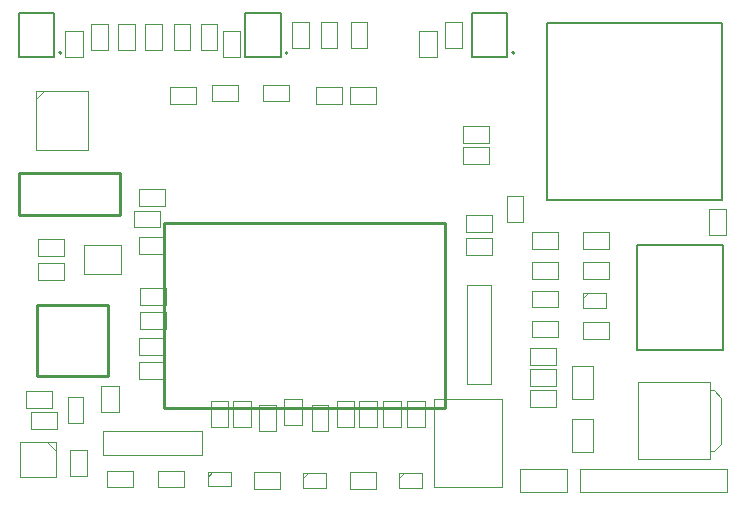
<source format=gbr>
%TF.GenerationSoftware,Altium Limited,Altium Designer,21.9.2 (33)*%
G04 Layer_Color=16711935*
%FSLAX45Y45*%
%MOMM*%
%TF.SameCoordinates,8C9FB855-A7A5-4AEE-82B0-D85B10D48A85*%
%TF.FilePolarity,Positive*%
%TF.FileFunction,Other,Mechanical_13*%
%TF.Part,Single*%
G01*
G75*
%TA.AperFunction,NonConductor*%
%ADD52C,0.25400*%
%ADD66C,0.20000*%
%ADD69C,0.10000*%
%ADD70C,0.12700*%
D52*
X15317603Y7195602D02*
Y8755598D01*
X12938603D02*
X15317603D01*
X12938603Y7195602D02*
Y8755598D01*
Y7195602D02*
X15317603D01*
X11866601Y8066202D02*
X12466599D01*
Y7466198D02*
Y8066202D01*
X11866601Y7466198D02*
X12466599D01*
X11866601D02*
Y8066202D01*
X11716202Y8829299D02*
X12566198D01*
X11716202D02*
Y9179301D01*
X12566198D01*
Y8829299D02*
Y9179301D01*
D66*
X15907201Y10200500D02*
G03*
X15907201Y10200500I-10000J0D01*
G01*
X12071800D02*
G03*
X12071800Y10200500I-10000J0D01*
G01*
X13989500D02*
G03*
X13989500Y10200500I-10000J0D01*
G01*
X17677802Y7681001D02*
Y8574999D01*
X16942801D02*
X17677802D01*
X16942801Y7681001D02*
Y8574999D01*
Y7681001D02*
X17677802D01*
X16188496Y8950305D02*
Y10455300D01*
X17663499D01*
Y8950305D02*
Y10455300D01*
X16188496Y8950305D02*
X17663499D01*
D69*
X17557600Y8876400D02*
X17697600D01*
X17557600Y8656400D02*
X17697600D01*
Y8876400D01*
X17557600Y8656400D02*
Y8876400D01*
X15843100Y8987300D02*
X15983099D01*
X15843100Y8767300D02*
X15983099D01*
Y8987300D01*
X15843100Y8767300D02*
Y8987300D01*
X13310703Y6653799D02*
X13510703D01*
Y6528801D02*
Y6653799D01*
X13310703Y6528801D02*
X13510703D01*
X13310703D02*
Y6653799D01*
Y6612098D02*
X13352399Y6653799D01*
X15508299Y7392101D02*
X15708299D01*
X15508299D02*
Y8232099D01*
X15708299D01*
Y7392101D02*
Y8232099D01*
X12949702Y8493801D02*
Y8638804D01*
X12729703Y8493801D02*
Y8638804D01*
Y8493801D02*
X12949702D01*
X12729703Y8638804D02*
X12949702D01*
X12129501Y7282998D02*
X12254499D01*
X12129501Y7068002D02*
Y7282998D01*
Y7068002D02*
X12254499D01*
Y7282998D01*
X11997202Y7191898D02*
Y7336902D01*
X11777203Y7191898D02*
Y7336902D01*
Y7191898D02*
X11997202D01*
X11777203Y7336902D02*
X11997202D01*
X12421301Y6796100D02*
Y6996100D01*
X13261299D01*
Y6796100D02*
Y6996100D01*
X12421301Y6796100D02*
X13261299D01*
X16466302Y6478600D02*
Y6678600D01*
X17706299D01*
Y6478600D02*
Y6678600D01*
X16466302Y6478600D02*
X17706299D01*
X12251802Y10164303D02*
Y10384302D01*
X12106798Y10164303D02*
Y10384302D01*
Y10164303D02*
X12251802D01*
X12106798Y10384302D02*
X12251802D01*
X12035302Y7014098D02*
Y7159102D01*
X11815298Y7014098D02*
Y7159102D01*
Y7014098D02*
X12035302D01*
X11815298Y7159102D02*
X12035302D01*
X17566502Y7347102D02*
X17595499D01*
X17654498Y7281799D01*
Y6891401D02*
Y7281799D01*
X17595499Y6826098D02*
X17654498Y6891401D01*
X17566502Y6826098D02*
X17595499D01*
X16956999Y6759600D02*
Y7413600D01*
X17566502D01*
Y6759600D02*
Y7413600D01*
X16956999Y6759600D02*
X17566502D01*
X15230202Y6528100D02*
Y7268098D01*
Y6528100D02*
X15805202D01*
Y7268098D01*
X15230202D02*
X15805202D01*
X13700999Y6508603D02*
X13920998D01*
X13700999Y6648602D02*
X13920998D01*
Y6508603D02*
Y6648602D01*
X13700999Y6508603D02*
Y6648602D01*
X14117401Y6641099D02*
X14317401D01*
Y6516101D02*
Y6641099D01*
X14117401Y6516101D02*
X14317401D01*
X14117401D02*
Y6641099D01*
Y6599403D02*
X14159097Y6641099D01*
X14930202D02*
X15130202D01*
Y6516101D02*
Y6641099D01*
X14930202Y6516101D02*
X15130202D01*
X14930202D02*
Y6641099D01*
Y6599403D02*
X14971898Y6641099D01*
X12891602Y6521303D02*
X13111601D01*
X12891602Y6661302D02*
X13111601D01*
Y6521303D02*
Y6661302D01*
X12891602Y6521303D02*
Y6661302D01*
X14513799Y6508603D02*
X14733798D01*
X14513799Y6648602D02*
X14733798D01*
Y6508603D02*
Y6648602D01*
X14513799Y6508603D02*
Y6648602D01*
X12996397Y9763801D02*
Y9908804D01*
X13216397Y9763801D02*
Y9908804D01*
X12996397D02*
X13216397D01*
X12996397Y9763801D02*
X13216397D01*
X14228304Y9908804D02*
X14448302D01*
X14228304Y9763801D02*
X14448302D01*
X14228304D02*
Y9908804D01*
X14448302Y9763801D02*
Y9908804D01*
X14520403D02*
X14740402D01*
X14520403Y9763801D02*
X14740402D01*
X14520403D02*
Y9908804D01*
X14740402Y9763801D02*
Y9908804D01*
X15002399Y7253905D02*
X15147401D01*
X15002399Y7033905D02*
X15147401D01*
Y7253905D01*
X15002399Y7033905D02*
Y7253905D01*
X15718301Y8487298D02*
Y8632302D01*
X15498303Y8487298D02*
Y8632302D01*
Y8487298D02*
X15718301D01*
X15498303Y8632302D02*
X15718301D01*
X13783803Y9791700D02*
Y9931705D01*
X14003802Y9791700D02*
Y9931705D01*
X13783803D02*
X14003802D01*
X13783803Y9791700D02*
X14003802D01*
X15692902Y9255801D02*
Y9400804D01*
X15472903Y9255801D02*
Y9400804D01*
Y9255801D02*
X15692902D01*
X15472903Y9400804D02*
X15692902D01*
Y9433601D02*
Y9578604D01*
X15472903Y9433601D02*
Y9578604D01*
Y9433601D02*
X15692902D01*
X15472903Y9578604D02*
X15692902D01*
X15718301Y8684301D02*
Y8829304D01*
X15498303Y8684301D02*
Y8829304D01*
Y8684301D02*
X15718301D01*
X15498303Y8829304D02*
X15718301D01*
X13351997Y9931705D02*
X13572002D01*
X13351997Y9791700D02*
X13572002D01*
X13351997D02*
Y9931705D01*
X13572002Y9791700D02*
Y9931705D01*
X12911597Y8724900D02*
Y8864905D01*
X12691598Y8724900D02*
Y8864905D01*
Y8724900D02*
X12911597D01*
X12691598Y8864905D02*
X12911597D01*
X12962402Y8062001D02*
Y8207004D01*
X12742403Y8062001D02*
Y8207004D01*
Y8062001D02*
X12962402D01*
X12742403Y8207004D02*
X12962402D01*
Y7858801D02*
Y8003804D01*
X12742403Y7858801D02*
Y8003804D01*
Y7858801D02*
X12962402D01*
X12742403Y8003804D02*
X12962402D01*
X11878798Y8277901D02*
Y8422899D01*
X12098797Y8277901D02*
Y8422899D01*
X11878798Y8277901D02*
X12098797D01*
X11878798Y8422899D02*
X12098797D01*
X12580600Y8327004D02*
Y8577006D01*
X12260600D02*
X12580600D01*
X12260600Y8327004D02*
Y8577006D01*
Y8327004D02*
X12580600D01*
X14595998Y7253900D02*
X14741002D01*
X14595998Y7033900D02*
X14741002D01*
Y7253900D01*
X14595998Y7033900D02*
Y7253900D01*
X14799197Y7033900D02*
X14944202D01*
X14799197Y7253900D02*
X14944202D01*
X14799197Y7033900D02*
Y7253900D01*
X14944202Y7033900D02*
Y7253900D01*
X13747598Y6995800D02*
Y7215805D01*
X13887602Y6995800D02*
Y7215805D01*
X13747598Y6995800D02*
X13887602D01*
X13747598Y7215805D02*
X13887602D01*
X14192097D02*
X14332097D01*
X14192097Y6995805D02*
X14332097D01*
Y7215805D01*
X14192097Y6995805D02*
Y7215805D01*
X14405502Y7033900D02*
Y7253900D01*
X14550502Y7033900D02*
Y7253900D01*
X14405502Y7033900D02*
X14550502D01*
X14405502Y7253900D02*
X14550502D01*
X13960999Y7266605D02*
X14106001D01*
X13960999Y7046605D02*
X14106001D01*
Y7266605D01*
X13960999Y7046605D02*
Y7266605D01*
X13338698Y7253905D02*
X13483702D01*
X13338698Y7033905D02*
X13483702D01*
Y7253905D01*
X13338698Y7033905D02*
Y7253905D01*
X13529198D02*
X13674197D01*
X13529198Y7033900D02*
X13674197D01*
Y7253905D01*
X13529198Y7033900D02*
Y7253905D01*
X12729698Y7642901D02*
Y7787904D01*
X12949696Y7642901D02*
Y7787904D01*
X12729698D02*
X12949696D01*
X12729698Y7642901D02*
X12949696D01*
X12729698Y7439701D02*
Y7584704D01*
X12949696Y7439701D02*
Y7584704D01*
X12729698D02*
X12949696D01*
X12729698Y7439701D02*
X12949696D01*
X12411598Y7380900D02*
X12556602D01*
X12411598Y7160900D02*
X12556602D01*
Y7380900D01*
X12411598Y7160900D02*
Y7380900D01*
X12098797Y8481101D02*
Y8626104D01*
X11878798Y8481101D02*
Y8626104D01*
X12098797D01*
X11878798Y8481101D02*
X12098797D01*
X12729703Y9045204D02*
X12949702D01*
X12729703Y8900201D02*
X12949702D01*
X12729703D02*
Y9045204D01*
X12949702Y8900201D02*
Y9045204D01*
X12465202Y10227793D02*
Y10447797D01*
X12325198Y10227793D02*
Y10447797D01*
Y10227793D02*
X12465202D01*
X12325198Y10447797D02*
X12465202D01*
X15322403Y10460497D02*
X15462402D01*
X15322403Y10240498D02*
X15462402D01*
Y10460497D01*
X15322403Y10240498D02*
Y10460497D01*
X14167001Y10240496D02*
Y10460501D01*
X14026997Y10240496D02*
Y10460501D01*
Y10240496D02*
X14167001D01*
X14026997Y10460501D02*
X14167001D01*
X15103998Y10384302D02*
X15249002D01*
X15103998Y10164298D02*
X15249002D01*
Y10384302D01*
X15103998Y10164298D02*
Y10384302D01*
X13440298D02*
X13585303D01*
X13440298Y10164303D02*
X13585303D01*
X13440298D02*
Y10384302D01*
X13585303Y10164303D02*
Y10384302D01*
X12463003Y6521298D02*
Y6661302D01*
X12683002Y6521298D02*
Y6661302D01*
X12463003D02*
X12683002D01*
X12463003Y6521298D02*
X12683002D01*
X11949501Y6906402D02*
X12024502Y6831401D01*
X11724498Y6906402D02*
X12024502D01*
X11724498Y6606398D02*
Y6906402D01*
Y6606398D02*
X12024502D01*
Y6906402D01*
X13023698Y10227798D02*
X13163696D01*
X13023698Y10447797D02*
X13163696D01*
X13023698Y10227798D02*
Y10447797D01*
X13163696Y10227798D02*
Y10447797D01*
X12553803D02*
X12693802D01*
X12553803Y10227798D02*
X12693802D01*
Y10447797D01*
X12553803Y10227798D02*
Y10447797D01*
X16264401Y7382398D02*
Y7527402D01*
X16044403Y7382398D02*
Y7527402D01*
Y7382398D02*
X16264401D01*
X16044403Y7527402D02*
X16264401D01*
X16044398Y7705202D02*
X16264401D01*
X16044398Y7560198D02*
X16264401D01*
X16044398D02*
Y7705202D01*
X16264401Y7560198D02*
Y7705202D01*
Y7204598D02*
Y7349602D01*
X16044398Y7204598D02*
Y7349602D01*
Y7204598D02*
X16264401D01*
X16044398Y7349602D02*
X16264401D01*
X16395598Y7269201D02*
X16573602D01*
Y7549200D01*
X16395598D02*
X16573602D01*
X16395598Y7269201D02*
Y7549200D01*
Y7096897D02*
X16573602D01*
X16395598Y6816898D02*
Y7096897D01*
Y6816898D02*
X16573602D01*
Y7096897D01*
X11857700Y9811598D02*
X11922699Y9876602D01*
X11857700Y9376598D02*
Y9876602D01*
Y9376598D02*
X12297700D01*
Y9876602D01*
X11857700D02*
X12297700D01*
X16486200Y8165099D02*
X16686200D01*
Y8040101D02*
Y8165099D01*
X16486200Y8040101D02*
X16686200D01*
X16486200D02*
Y8165099D01*
Y8123398D02*
X16527902Y8165099D01*
X16488898Y7778598D02*
X16708902D01*
X16488898Y7918602D02*
X16708902D01*
Y7778598D02*
Y7918602D01*
X16488898Y7778598D02*
Y7918602D01*
X16273705Y8540598D02*
Y8680597D01*
X16053699Y8540598D02*
Y8680597D01*
Y8540598D02*
X16273705D01*
X16053699Y8680597D02*
X16273705D01*
X16053699Y7931297D02*
X16273705D01*
X16053699Y7791298D02*
X16273705D01*
X16053699D02*
Y7931297D01*
X16273705Y7791298D02*
Y7931297D01*
X16053699Y8185297D02*
X16273705D01*
X16053699Y8045298D02*
X16273705D01*
X16053699D02*
Y8185297D01*
X16273705Y8045298D02*
Y8185297D01*
X16053699Y8426597D02*
X16273705D01*
X16053699Y8286598D02*
X16273705D01*
X16053699D02*
Y8426597D01*
X16273705Y8286598D02*
Y8426597D01*
X16488902Y8680602D02*
X16708902D01*
X16488902Y8540598D02*
X16708902D01*
X16488902D02*
Y8680602D01*
X16708902Y8540598D02*
Y8680602D01*
X16488902Y8286603D02*
X16708902D01*
X16488902Y8426602D02*
X16708902D01*
Y8286603D02*
Y8426602D01*
X16488902Y8286603D02*
Y8426602D01*
X12147398Y6840997D02*
X12287402D01*
X12147398Y6620998D02*
X12287402D01*
Y6840997D01*
X12147398Y6620998D02*
Y6840997D01*
X14522298Y10240503D02*
X14662297D01*
X14522298Y10460502D02*
X14662297D01*
X14522298Y10240503D02*
Y10460502D01*
X14662297Y10240503D02*
Y10460502D01*
X14268303Y10240498D02*
Y10460497D01*
X14408302Y10240498D02*
Y10460497D01*
X14268303Y10240498D02*
X14408302D01*
X14268303Y10460497D02*
X14408302D01*
X15952800Y6677101D02*
X16352798D01*
Y6480099D02*
Y6677101D01*
X15952800Y6480099D02*
X16352798D01*
X15952800D02*
Y6677101D01*
X12782398Y10227793D02*
Y10447797D01*
X12922401Y10227793D02*
Y10447797D01*
X12782398Y10227793D02*
X12922401D01*
X12782398Y10447797D02*
X12922401D01*
X13392302Y10227798D02*
Y10447797D01*
X13252303Y10227798D02*
Y10447797D01*
X13392302D01*
X13252303Y10227798D02*
X13392302D01*
D70*
X15547203Y10538501D02*
X15847202D01*
X15547203Y10162499D02*
Y10538501D01*
Y10162499D02*
X15847202D01*
Y10538501D01*
X12011797Y10162499D02*
Y10538501D01*
X11711798Y10162499D02*
X12011797D01*
X11711798D02*
Y10538501D01*
X12011797D01*
X13929501Y10162499D02*
Y10538501D01*
X13629503Y10162499D02*
X13929501D01*
X13629503D02*
Y10538501D01*
X13929501D01*
%TF.MD5,a4509a68706edc12bc481e477179f2d0*%
M02*

</source>
